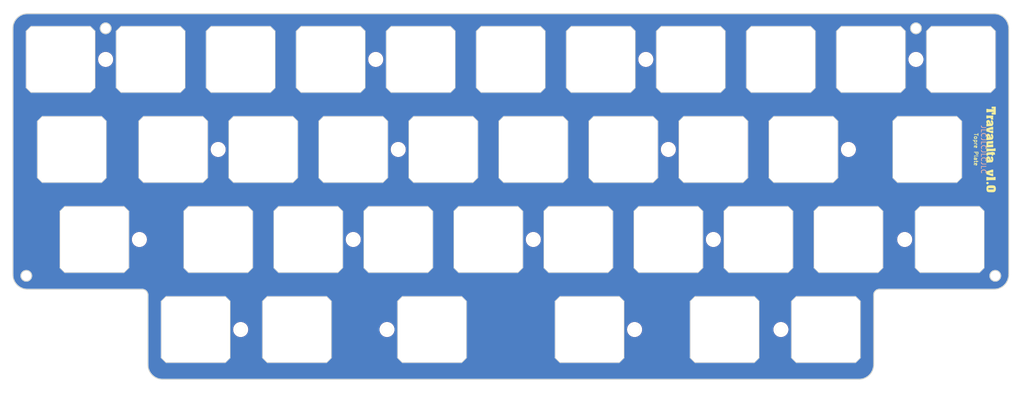
<source format=kicad_pcb>
(kicad_pcb (version 20221018) (generator pcbnew)
  (layers (0 "F.Cu" signal) (31 "B.Cu" signal) (34 "B.Paste" user) (35 "F.Paste" user) (36 "B.SilkS" user "B.Silkscreen") (37 "F.SilkS" user "F.Silkscreen") (38 "B.Mask" user) (39 "F.Mask" user) (44 "Edge.Cuts" user))
  (net 0 "")
  (net 1 "GND")
  (footprint "cipulot_parts:ecs_plate_cut_1U" (layer "F.Cu") (at 215.9 114.3)
    (fp_text reference "REF**")
    (fp_text value "Value " hide)
    (fp_line (start -7.3 -6) (end -7.3 6) (stroke (width 0.12)) (layer "Edge.Cuts"))
    (fp_line (start -7.3 6) (end -6.3 7) (stroke (width 0.12)) (layer "Edge.Cuts"))
    (fp_line (start -6.3 -7) (end -7.3 -6) (stroke (width 0.12)) (layer "Edge.Cuts"))
    (fp_line (start -6.3 7) (end 6.3 7) (stroke (width 0.12)) (layer "Edge.Cuts"))
    (fp_line (start 6.3 -7) (end -6.3 -7) (stroke (width 0.12)) (layer "Edge.Cuts"))
    (fp_line (start 6.3 -7) (end 7.3 -6) (stroke (width 0.12)) (layer "Edge.Cuts"))
    (fp_line (start 6.3 7) (end 7.3 6) (stroke (width 0.12)) (layer "Edge.Cuts"))
    (fp_line (start 7.3 6) (end 7.3 -6) (stroke (width 0.12)) (layer "Edge.Cuts"))
  )
  (footprint "cipulot_parts:HOLE_M2" (layer "F.Cu") (at 115.8875 95.25)
    (fp_text reference "H5" hide)
    (fp_text value "MountingHole" hide)
    (pad "" np_thru_hole circle (at 0 0) (size 2.2 2.2) (drill 2.2) (layers "*.Cu" "*.Mask" "F.SilkS") (clearance 0.5))
  )
  (footprint "cipulot_parts:ecs_plate_cut_1U" (layer "F.Cu") (at 220.6625 95.25)
    (fp_text reference "REF**")
    (fp_text value "Value " hide)
    (fp_line (start -7.3 -6) (end -7.3 6) (stroke (width 0.12)) (layer "Edge.Cuts"))
    (fp_line (start -7.3 6) (end -6.3 7) (stroke (width 0.12)) (layer "Edge.Cuts"))
    (fp_line (start -6.3 -7) (end -7.3 -6) (stroke (width 0.12)) (layer "Edge.Cuts"))
    (fp_line (start -6.3 7) (end 6.3 7) (stroke (width 0.12)) (layer "Edge.Cuts"))
    (fp_line (start 6.3 -7) (end -6.3 -7) (stroke (width 0.12)) (layer "Edge.Cuts"))
    (fp_line (start 6.3 -7) (end 7.3 -6) (stroke (width 0.12)) (layer "Edge.Cuts"))
    (fp_line (start 6.3 7) (end 7.3 6) (stroke (width 0.12)) (layer "Edge.Cuts"))
    (fp_line (start 7.3 6) (end 7.3 -6) (stroke (width 0.12)) (layer "Edge.Cuts"))
  )
  (footprint "cipulot_parts:ecs_plate_cut_1U" (layer "F.Cu") (at 132.555 114.3)
    (fp_text reference "REF**")
    (fp_text value "Value " hide)
    (fp_line (start -7.3 -6) (end -7.3 6) (stroke (width 0.12)) (layer "Edge.Cuts"))
    (fp_line (start -7.3 6) (end -6.3 7) (stroke (width 0.12)) (layer "Edge.Cuts"))
    (fp_line (start -6.3 -7) (end -7.3 -6) (stroke (width 0.12)) (layer "Edge.Cuts"))
    (fp_line (start -6.3 7) (end 6.3 7) (stroke (width 0.12)) (layer "Edge.Cuts"))
    (fp_line (start 6.3 -7) (end -6.3 -7) (stroke (width 0.12)) (layer "Edge.Cuts"))
    (fp_line (start 6.3 -7) (end 7.3 -6) (stroke (width 0.12)) (layer "Edge.Cuts"))
    (fp_line (start 6.3 7) (end 7.3 6) (stroke (width 0.12)) (layer "Edge.Cuts"))
    (fp_line (start 7.3 6) (end 7.3 -6) (stroke (width 0.12)) (layer "Edge.Cuts"))
  )
  (footprint "cipulot_parts:ecs_plate_cut_1U" (layer "F.Cu") (at 173.0375 76.2)
    (fp_text reference "REF**")
    (fp_text value "Value " hide)
    (fp_line (start -7.3 -6) (end -7.3 6) (stroke (width 0.12)) (layer "Edge.Cuts"))
    (fp_line (start -7.3 6) (end -6.3 7) (stroke (width 0.12)) (layer "Edge.Cuts"))
    (fp_line (start -6.3 -7) (end -7.3 -6) (stroke (width 0.12)) (layer "Edge.Cuts"))
    (fp_line (start -6.3 7) (end 6.3 7) (stroke (width 0.12)) (layer "Edge.Cuts"))
    (fp_line (start 6.3 -7) (end -6.3 -7) (stroke (width 0.12)) (layer "Edge.Cuts"))
    (fp_line (start 6.3 -7) (end 7.3 -6) (stroke (width 0.12)) (layer "Edge.Cuts"))
    (fp_line (start 6.3 7) (end 7.3 6) (stroke (width 0.12)) (layer "Edge.Cuts"))
    (fp_line (start 7.3 6) (end 7.3 -6) (stroke (width 0.12)) (layer "Edge.Cuts"))
  )
  (footprint "cipulot_parts:ecs_plate_cut_1U" (layer "F.Cu") (at 103.98 114.3)
    (fp_text reference "REF**")
    (fp_text value "Value " hide)
    (fp_line (start -7.3 -6) (end -7.3 6) (stroke (width 0.12)) (layer "Edge.Cuts"))
    (fp_line (start -7.3 6) (end -6.3 7) (stroke (width 0.12)) (layer "Edge.Cuts"))
    (fp_line (start -6.3 -7) (end -7.3 -6) (stroke (width 0.12)) (layer "Edge.Cuts"))
    (fp_line (start -6.3 7) (end 6.3 7) (stroke (width 0.12)) (layer "Edge.Cuts"))
    (fp_line (start 6.3 -7) (end -6.3 -7) (stroke (width 0.12)) (layer "Edge.Cuts"))
    (fp_line (start 6.3 -7) (end 7.3 -6) (stroke (width 0.12)) (layer "Edge.Cuts"))
    (fp_line (start 6.3 7) (end 7.3 6) (stroke (width 0.12)) (layer "Edge.Cuts"))
    (fp_line (start 7.3 6) (end 7.3 -6) (stroke (width 0.12)) (layer "Edge.Cuts"))
  )
  (footprint "cipulot_parts:ecs_plate_cut_1U" (layer "F.Cu") (at 115.8875 76.2)
    (fp_text reference "REF**")
    (fp_text value "Value " hide)
    (fp_line (start -7.3 -6) (end -7.3 6) (stroke (width 0.12)) (layer "Edge.Cuts"))
    (fp_line (start -7.3 6) (end -6.3 7) (stroke (width 0.12)) (layer "Edge.Cuts"))
    (fp_line (start -6.3 -7) (end -7.3 -6) (stroke (width 0.12)) (layer "Edge.Cuts"))
    (fp_line (start -6.3 7) (end 6.3 7) (stroke (width 0.12)) (layer "Edge.Cuts"))
    (fp_line (start 6.3 -7) (end -6.3 -7) (stroke (width 0.12)) (layer "Edge.Cuts"))
    (fp_line (start 6.3 -7) (end 7.3 -6) (stroke (width 0.12)) (layer "Edge.Cuts"))
    (fp_line (start 6.3 7) (end 7.3 6) (stroke (width 0.12)) (layer "Edge.Cuts"))
    (fp_line (start 7.3 6) (end 7.3 -6) (stroke (width 0.12)) (layer "Edge.Cuts"))
  )
  (footprint "cipulot_parts:ecs_plate_cut_1U" (layer "F.Cu") (at 82.55 114.3)
    (fp_text reference "REF**")
    (fp_text value "Value " hide)
    (fp_line (start -7.3 -6) (end -7.3 6) (stroke (width 0.12)) (layer "Edge.Cuts"))
    (fp_line (start -7.3 6) (end -6.3 7) (stroke (width 0.12)) (layer "Edge.Cuts"))
    (fp_line (start -6.3 -7) (end -7.3 -6) (stroke (width 0.12)) (layer "Edge.Cuts"))
    (fp_line (start -6.3 7) (end 6.3 7) (stroke (width 0.12)) (layer "Edge.Cuts"))
    (fp_line (start 6.3 -7) (end -6.3 -7) (stroke (width 0.12)) (layer "Edge.Cuts"))
    (fp_line (start 6.3 -7) (end 7.3 -6) (stroke (width 0.12)) (layer "Edge.Cuts"))
    (fp_line (start 6.3 7) (end 7.3 6) (stroke (width 0.12)) (layer "Edge.Cuts"))
    (fp_line (start 7.3 6) (end 7.3 -6) (stroke (width 0.12)) (layer "Edge.Cuts"))
  )
  (footprint "cipulot_parts:ecs_plate_cut_1U" (layer "F.Cu") (at 56.358 76.2)
    (fp_text reference "REF**")
    (fp_text value "Value " hide)
    (fp_line (start -7.3 -6) (end -7.3 6) (stroke (width 0.12)) (layer "Edge.Cuts"))
    (fp_line (start -7.3 6) (end -6.3 7) (stroke (width 0.12)) (layer "Edge.Cuts"))
    (fp_line (start -6.3 -7) (end -7.3 -6) (stroke (width 0.12)) (layer "Edge.Cuts"))
    (fp_line (start -6.3 7) (end 6.3 7) (stroke (width 0.12)) (layer "Edge.Cuts"))
    (fp_line (start 6.3 -7) (end -6.3 -7) (stroke (width 0.12)) (layer "Edge.Cuts"))
    (fp_line (start 6.3 -7) (end 7.3 -6) (stroke (width 0.12)) (layer "Edge.Cuts"))
    (fp_line (start 6.3 7) (end 7.3 6) (stroke (width 0.12)) (layer "Edge.Cuts"))
    (fp_line (start 7.3 6) (end 7.3 -6) (stroke (width 0.12)) (layer "Edge.Cuts"))
  )
  (footprint "cipulot_parts:ecs_plate_cut_1U" (layer "F.Cu") (at 77.7875 76.2)
    (fp_text reference "REF**")
    (fp_text value "Value " hide)
    (fp_line (start -7.3 -6) (end -7.3 6) (stroke (width 0.12)) (layer "Edge.Cuts"))
    (fp_line (start -7.3 6) (end -6.3 7) (stroke (width 0.12)) (layer "Edge.Cuts"))
    (fp_line (start -6.3 -7) (end -7.3 -6) (stroke (width 0.12)) (layer "Edge.Cuts"))
    (fp_line (start -6.3 7) (end 6.3 7) (stroke (width 0.12)) (layer "Edge.Cuts"))
    (fp_line (start 6.3 -7) (end -6.3 -7) (stroke (width 0.12)) (layer "Edge.Cuts"))
    (fp_line (start 6.3 -7) (end 7.3 -6) (stroke (width 0.12)) (layer "Edge.Cuts"))
    (fp_line (start 6.3 7) (end 7.3 6) (stroke (width 0.12)) (layer "Edge.Cuts"))
    (fp_line (start 7.3 6) (end 7.3 -6) (stroke (width 0.12)) (layer "Edge.Cuts"))
  )
  (footprint "cipulot_parts:ecs_plate_cut_1U" (layer "F.Cu") (at 237.33 76.2)
    (fp_text reference "REF**")
    (fp_text value "Value " hide)
    (fp_line (start -7.3 -6) (end -7.3 6) (stroke (width 0.12)) (layer "Edge.Cuts"))
    (fp_line (start -7.3 6) (end -6.3 7) (stroke (width 0.12)) (layer "Edge.Cuts"))
    (fp_line (start -6.3 -7) (end -7.3 -6) (stroke (width 0.12)) (layer "Edge.Cuts"))
    (fp_line (start -6.3 7) (end 6.3 7) (stroke (width 0.12)) (layer "Edge.Cuts"))
    (fp_line (start 6.3 -7) (end -6.3 -7) (stroke (width 0.12)) (layer "Edge.Cuts"))
    (fp_line (start 6.3 -7) (end 7.3 -6) (stroke (width 0.12)) (layer "Edge.Cuts"))
    (fp_line (start 6.3 7) (end 7.3 6) (stroke (width 0.12)) (layer "Edge.Cuts"))
    (fp_line (start 7.3 6) (end 7.3 -6) (stroke (width 0.12)) (layer "Edge.Cuts"))
  )
  (footprint "cipulot_parts:ecs_plate_cut_1U" (layer "F.Cu") (at 130.175 57.15)
    (fp_text reference "REF**")
    (fp_text value "Value " hide)
    (fp_line (start -7.3 -6) (end -7.3 6) (stroke (width 0.12)) (layer "Edge.Cuts"))
    (fp_line (start -7.3 6) (end -6.3 7) (stroke (width 0.12)) (layer "Edge.Cuts"))
    (fp_line (start -6.3 -7) (end -7.3 -6) (stroke (width 0.12)) (layer "Edge.Cuts"))
    (fp_line (start -6.3 7) (end 6.3 7) (stroke (width 0.12)) (layer "Edge.Cuts"))
    (fp_line (start 6.3 -7) (end -6.3 -7) (stroke (width 0.12)) (layer "Edge.Cuts"))
    (fp_line (start 6.3 -7) (end 7.3 -6) (stroke (width 0.12)) (layer "Edge.Cuts"))
    (fp_line (start 6.3 7) (end 7.3 6) (stroke (width 0.12)) (layer "Edge.Cuts"))
    (fp_line (start 7.3 6) (end 7.3 -6) (stroke (width 0.12)) (layer "Edge.Cuts"))
  )
  (footprint "cipulot_parts:ecs_plate_cut_1U" (layer "F.Cu") (at 165.892 114.3)
    (fp_text reference "REF**")
    (fp_text value "Value " hide)
    (fp_line (start -7.3 -6) (end -7.3 6) (stroke (width 0.12)) (layer "Edge.Cuts"))
    (fp_line (start -7.3 6) (end -6.3 7) (stroke (width 0.12)) (layer "Edge.Cuts"))
    (fp_line (start -6.3 -7) (end -7.3 -6) (stroke (width 0.12)) (layer "Edge.Cuts"))
    (fp_line (start -6.3 7) (end 6.3 7) (stroke (width 0.12)) (layer "Edge.Cuts"))
    (fp_line (start 6.3 -7) (end -6.3 -7) (stroke (width 0.12)) (layer "Edge.Cuts"))
    (fp_line (start 6.3 -7) (end 7.3 -6) (stroke (width 0.12)) (layer "Edge.Cuts"))
    (fp_line (start 6.3 7) (end 7.3 6) (stroke (width 0.12)) (layer "Edge.Cuts"))
    (fp_line (start 7.3 6) (end 7.3 -6) (stroke (width 0.12)) (layer "Edge.Cuts"))
  )
  (footprint "" (layer "F.Cu") (at 175.41875 114.3)
    (fp_text reference "" (at 0 0) (layer "F.SilkS") (effects (font (size 1.27 1.27))))
    (fp_text value "" (at 0 0) (layer "F.SilkS") (effects (font (size 1.27 1.27))))
    (pad "" np_thru_hole circle (at 0 0) (size 2.2 2.2) (drill 2.2) (layers "*.Cu" "*.Mask" "F.SilkS") (clearance 0.5))
  )
  (footprint "cipulot_parts:ecs_plate_cut_1U" (layer "F.Cu") (at 201.6125 95.25)
    (fp_text reference "REF**")
    (fp_text value "Value " hide)
    (fp_line (start -7.3 -6) (end -7.3 6) (stroke (width 0.12)) (layer "Edge.Cuts"))
    (fp_line (start -7.3 6) (end -6.3 7) (stroke (width 0.12)) (layer "Edge.Cuts"))
    (fp_line (start -6.3 -7) (end -7.3 -6) (stroke (width 0.12)) (layer "Edge.Cuts"))
    (fp_line (start -6.3 7) (end 6.3 7) (stroke (width 0.12)) (layer "Edge.Cuts"))
    (fp_line (start 6.3 -7) (end -6.3 -7) (stroke (width 0.12)) (layer "Edge.Cuts"))
    (fp_line (start 6.3 -7) (end 7.3 -6) (stroke (width 0.12)) (layer "Edge.Cuts"))
    (fp_line (start 6.3 7) (end 7.3 6) (stroke (width 0.12)) (layer "Edge.Cuts"))
    (fp_line (start 7.3 6) (end 7.3 -6) (stroke (width 0.12)) (layer "Edge.Cuts"))
  )
  (footprint "cipulot_parts:ecs_plate_cut_1U" (layer "F.Cu") (at 225.425 57.15)
    (fp_text reference "REF**")
    (fp_text value "Value " hide)
    (fp_line (start -7.3 -6) (end -7.3 6) (stroke (width 0.12)) (layer "Edge.Cuts"))
    (fp_line (start -7.3 6) (end -6.3 7) (stroke (width 0.12)) (layer "Edge.Cuts"))
    (fp_line (start -6.3 -7) (end -7.3 -6) (stroke (width 0.12)) (layer "Edge.Cuts"))
    (fp_line (start -6.3 7) (end 6.3 7) (stroke (width 0.12)) (layer "Edge.Cuts"))
    (fp_line (start 6.3 -7) (end -6.3 -7) (stroke (width 0.12)) (layer "Edge.Cuts"))
    (fp_line (start 6.3 -7) (end 7.3 -6) (stroke (width 0.12)) (layer "Edge.Cuts"))
    (fp_line (start 6.3 7) (end 7.3 6) (stroke (width 0.12)) (layer "Edge.Cuts"))
    (fp_line (start 7.3 6) (end 7.3 -6) (stroke (width 0.12)) (layer "Edge.Cuts"))
  )
  (footprint "cipulot_parts:ecs_plate_cut_1U" (layer "F.Cu") (at 87.3125 95.25)
    (fp_text reference "REF**")
    (fp_text value "Value " hide)
    (fp_line (start -7.3 -6) (end -7.3 6) (stroke (width 0.12)) (layer "Edge.Cuts"))
    (fp_line (start -7.3 6) (end -6.3 7) (stroke (width 0.12)) (layer "Edge.Cuts"))
    (fp_line (start -6.3 -7) (end -7.3 -6) (stroke (width 0.12)) (layer "Edge.Cuts"))
    (fp_line (start -6.3 7) (end 6.3 7) (stroke (width 0.12)) (layer "Edge.Cuts"))
    (fp_line (start 6.3 -7) (end -6.3 -7) (stroke (width 0.12)) (layer "Edge.Cuts"))
    (fp_line (start 6.3 -7) (end 7.3 -6) (stroke (width 0.12)) (layer "Edge.Cuts"))
    (fp_line (start 6.3 7) (end 7.3 6) (stroke (width 0.12)) (layer "Edge.Cuts"))
    (fp_line (start 7.3 6) (end 7.3 -6) (stroke (width 0.12)) (layer "Edge.Cuts"))
  )
  (footprint "" (layer "F.Cu") (at 70.64375 95.25)
    (fp_text reference "" (at 0 0) (layer "F.SilkS") (effects (font (size 1.27 1.27))))
    (fp_text value "" (at 0 0) (layer "F.SilkS") (effects (font (size 1.27 1.27))))
    (pad "" np_thru_hole circle (at 0 0) (size 2.2 2.2) (drill 2.2) (layers "*.Cu" "*.Mask" "F.SilkS") (clearance 0.5))
  )
  (footprint "" (layer "F.Cu") (at 92.075 114.3)
    (fp_text reference "" (at 0 0) (layer "F.SilkS") (effects (font (size 1.27 1.27))))
    (fp_text value "" (at 0 0) (layer "F.SilkS") (effects (font (size 1.27 1.27))))
    (pad "" np_thru_hole circle (at 0 0) (size 2.2 2.2) (drill 2.2) (layers "*.Cu" "*.Mask" "F.SilkS") (clearance 0.5))
  )
  (footprint "" (layer "F.Cu") (at 206.375 114.3)
    (fp_text reference "" (at 0 0) (layer "F.SilkS") (effects (font (size 1.27 1.27))))
    (fp_text value "" (at 0 0) (layer "F.SilkS") (effects (font (size 1.27 1.27))))
    (pad "" np_thru_hole circle (at 0 0) (size 2.2 2.2) (drill 2.2) (layers "*.Cu" "*.Mask" "F.SilkS") (clearance 0.5))
  )
  (footprint "cipulot_parts:ecs_plate_cut_1U" (layer "F.Cu") (at 168.275 57.15)
    (fp_text reference "REF**")
    (fp_text value "Value " hide)
    (fp_line (start -7.3 -6) (end -7.3 6) (stroke (width 0.12)) (layer "Edge.Cuts"))
    (fp_line (start -7.3 6) (end -6.3 7) (stroke (width 0.12)) (layer "Edge.Cuts"))
    (fp_line (start -6.3 -7) (end -7.3 -6) (stroke (width 0.12)) (layer "Edge.Cuts"))
    (fp_line (start -6.3 7) (end 6.3 7) (stroke (width 0.12)) (layer "Edge.Cuts"))
    (fp_line (start 6.3 -7) (end -6.3 -7) (stroke (width 0.12)) (layer "Edge.Cuts"))
    (fp_line (start 6.3 -7) (end 7.3 -6) (stroke (width 0.12)) (layer "Edge.Cuts"))
    (fp_line (start 6.3 7) (end 7.3 6) (stroke (width 0.12)) (layer "Edge.Cuts"))
    (fp_line (start 7.3 6) (end 7.3 -6) (stroke (width 0.12)) (layer "Edge.Cuts"))
  )
  (footprint "cipulot_parts:ecs_plate_cut_1U" (layer "F.Cu") (at 144.4625 95.25)
    (fp_text reference "REF**")
    (fp_text value "Value " hide)
    (fp_line (start -7.3 -6) (end -7.3 6) (stroke (width 0.12)) (layer "Edge.Cuts"))
    (fp_line (start -7.3 6) (end -6.3 7) (stroke (width 0.12)) (layer "Edge.Cuts"))
    (fp_line (start -6.3 -7) (end -7.3 -6) (stroke (width 0.12)) (layer "Edge.Cuts"))
    (fp_line (start -6.3 7) (end 6.3 7) (stroke (width 0.12)) (layer "Edge.Cuts"))
    (fp_line (start 6.3 -7) (end -6.3 -7) (stroke (width 0.12)) (layer "Edge.Cuts"))
    (fp_line (start 6.3 -7) (end 7.3 -6) (stroke (width 0.12)) (layer "Edge.Cuts"))
    (fp_line (start 6.3 7) (end 7.3 6) (stroke (width 0.12)) (layer "Edge.Cuts"))
    (fp_line (start 7.3 6) (end 7.3 -6) (stroke (width 0.12)) (layer "Edge.Cuts"))
  )
  (footprint "cipulot_parts:ecs_plate_cut_1U" (layer "F.Cu") (at 125.4125 95.25)
    (fp_text reference "REF**")
    (fp_text value "Value " hide)
    (fp_line (start -7.3 -6) (end -7.3 6) (stroke (width 0.12)) (layer "Edge.Cuts"))
    (fp_line (start -7.3 6) (end -6.3 7) (stroke (width 0.12)) (layer "Edge.Cuts"))
    (fp_line (start -6.3 -7) (end -7.3 -6) (stroke (width 0.12)) (layer "Edge.Cuts"))
    (fp_line (start -6.3 7) (end 6.3 7) (stroke (width 0.12)) (layer "Edge.Cuts"))
    (fp_line (start 6.3 -7) (end -6.3 -7) (stroke (width 0.12)) (layer "Edge.Cuts"))
    (fp_line (start 6.3 -7) (end 7.3 -6) (stroke (width 0.12)) (layer "Edge.Cuts"))
    (fp_line (start 6.3 7) (end 7.3 6) (stroke (width 0.12)) (layer "Edge.Cuts"))
    (fp_line (start 7.3 6) (end 7.3 -6) (stroke (width 0.12)) (layer "Edge.Cuts"))
  )
  (footprint "cipulot_parts:ecs_plate_cut_1U" (layer "F.Cu") (at 53.975 57.15)
    (fp_text reference "REF**")
    (fp_text value "Value " hide)
    (fp_line (start -7.3 -6) (end -7.3 6) (stroke (width 0.12)) (layer "Edge.Cuts"))
    (fp_line (start -7.3 6) (end -6.3 7) (stroke (width 0.12)) (layer "Edge.Cuts"))
    (fp_line (start -6.3 -7) (end -7.3 -6) (stroke (width 0.12)) (layer "Edge.Cuts"))
    (fp_line (start -6.3 7) (end 6.3 7) (stroke (width 0.12)) (layer "Edge.Cuts"))
    (fp_line (start 6.3 -7) (end -6.3 -7) (stroke (width 0.12)) (layer "Edge.Cuts"))
    (fp_line (start 6.3 -7) (end 7.3 -6) (stroke (width 0.12)) (layer "Edge.Cuts"))
    (fp_line (start 6.3 7) (end 7.3 6) (stroke (width 0.12)) (layer "Edge.Cuts"))
    (fp_line (start 7.3 6) (end 7.3 -6) (stroke (width 0.12)) (layer "Edge.Cuts"))
  )
  (footprint "cipulot_parts:ecs_plate_cut_1U" (layer "F.Cu") (at 211.1375 76.2)
    (fp_text reference "REF**")
    (fp_text value "Value " hide)
    (fp_line (start -7.3 -6) (end -7.3 6) (stroke (width 0.12)) (layer "Edge.Cuts"))
    (fp_line (start -7.3 6) (end -6.3 7) (stroke (width 0.12)) (layer "Edge.Cuts"))
    (fp_line (start -6.3 -7) (end -7.3 -6) (stroke (width 0.12)) (layer "Edge.Cuts"))
    (fp_line (start -6.3 7) (end 6.3 7) (stroke (width 0.12)) (layer "Edge.Cuts"))
    (fp_line (start 6.3 -7) (end -6.3 -7) (stroke (width 0.12)) (layer "Edge.Cuts"))
    (fp_line (start 6.3 -7) (end 7.3 -6) (stroke (width 0.12)) (layer "Edge.Cuts"))
    (fp_line (start 6.3 7) (end 7.3 6) (stroke (width 0.12)) (layer "Edge.Cuts"))
    (fp_line (start 7.3 6) (end 7.3 -6) (stroke (width 0.12)) (layer "Edge.Cuts"))
  )
  (footprint "cipulot_parts:ecs_plate_cut_1U" (layer "F.Cu") (at 96.8375 76.2)
    (fp_text reference "REF**")
    (fp_text value "Value " hide)
    (fp_line (start -7.3 -6) (end -7.3 6) (stroke (width 0.12)) (layer "Edge.Cuts"))
    (fp_line (start -7.3 6) (end -6.3 7) (stroke (width 0.12)) (layer "Edge.Cuts"))
    (fp_line (start -6.3 -7) (end -7.3 -6) (stroke (width 0.12)) (layer "Edge.Cuts"))
    (fp_line (start -6.3 7) (end 6.3 7) (stroke (width 0.12)) (layer "Edge.Cuts"))
    (fp_line (start 6.3 -7) (end -6.3 -7) (stroke (width 0.12)) (layer "Edge.Cuts"))
    (fp_line (start 6.3 -7) (end 7.3 -6) (stroke (width 0.12)) (layer "Edge.Cuts"))
    (fp_line (start 6.3 7) (end 7.3 6) (stroke (width 0.12)) (layer "Edge.Cuts"))
    (fp_line (start 7.3 6) (end 7.3 -6) (stroke (width 0.12)) (layer "Edge.Cuts"))
  )
  (footprint "cipulot_parts:ecs_plate_cut_1U" (layer "F.Cu") (at 163.5125 95.25)
    (fp_text reference "REF**")
    (fp_text value "Value " hide)
    (fp_line (start -7.3 -6) (end -7.3 6) (stroke (width 0.12)) (layer "Edge.Cuts"))
    (fp_line (start -7.3 6) (end -6.3 7) (stroke (width 0.12)) (layer "Edge.Cuts"))
    (fp_line (start -6.3 -7) (end -7.3 -6) (stroke (width 0.12)) (layer "Edge.Cuts"))
    (fp_line (start -6.3 7) (end 6.3 7) (stroke (width 0.12)) (layer "Edge.Cuts"))
    (fp_line (start 6.3 -7) (end -6.3 -7) (stroke (width 0.12)) (layer "Edge.Cuts"))
    (fp_line (start 6.3 -7) (end 7.3 -6) (stroke (width 0.12)) (layer "Edge.Cuts"))
    (fp_line (start 6.3 7) (end 7.3 6) (stroke (width 0.12)) (layer "Edge.Cuts"))
    (fp_line (start 7.3 6) (end 7.3 -6) (stroke (width 0.12)) (layer "Edge.Cuts"))
  )
  (footprint "cipulot_parts:ecs_plate_cut_1U" (layer "F.Cu") (at 192.0875 76.2)
    (fp_text reference "REF**")
    (fp_text value "Value " hide)
    (fp_line (start -7.3 -6) (end -7.3 6) (stroke (width 0.12)) (layer "Edge.Cuts"))
    (fp_line (start -7.3 6) (end -6.3 7) (stroke (width 0.12)) (layer "Edge.Cuts"))
    (fp_line (start -6.3 -7) (end -7.3 -6) (stroke (width 0.12)) (layer "Edge.Cuts"))
    (fp_line (start -6.3 7) (end 6.3 7) (stroke (width 0.12)) (layer "Edge.Cuts"))
    (fp_line (start 6.3 -7) (end -6.3 -7) (stroke (width 0.12)) (layer "Edge.Cuts"))
    (fp_line (start 6.3 -7) (end 7.3 -6) (stroke (width 0.12)) (layer "Edge.Cuts"))
    (fp_line (start 6.3 7) (end 7.3 6) (stroke (width 0.12)) (layer "Edge.Cuts"))
    (fp_line (start 7.3 6) (end 7.3 -6) (stroke (width 0.12)) (layer "Edge.Cuts"))
  )
  (footprint "" (layer "F.Cu") (at 177.8 57.15)
    (fp_text reference "" (at 0 0) (layer "F.SilkS") (effects (font (size 1.27 1.27))))
    (fp_text value "" (at 0 0) (layer "F.SilkS") (effects (font (size 1.27 1.27))))
    (pad "" np_thru_hole circle (at 0 0) (size 2.2 2.2) (drill 2.2) (layers "*.Cu" "*.Mask" "F.SilkS") (clearance 0.5))
  )
  (footprint "cipulot_parts:ecs_plate_cut_1U" (layer "F.Cu") (at 111.125 57.15)
    (fp_text reference "REF**")
    (fp_text value "Value " hide)
    (fp_line (start -7.3 -6) (end -7.3 6) (stroke (width 0.12)) (layer "Edge.Cuts"))
    (fp_line (start -7.3 6) (end -6.3 7) (stroke (width 0.12)) (layer "Edge.Cuts"))
    (fp_line (start -6.3 -7) (end -7.3 -6) (stroke (width 0.12)) (layer "Edge.Cuts"))
    (fp_line (start -6.3 7) (end 6.3 7) (stroke (width 0.12)) (layer "Edge.Cuts"))
    (fp_line (start 6.3 -7) (end -6.3 -7) (stroke (width 0.12)) (layer "Edge.Cuts"))
    (fp_line (start 6.3 -7) (end 7.3 -6) (stroke (width 0.12)) (layer "Edge.Cuts"))
    (fp_line (start 6.3 7) (end 7.3 6) (stroke (width 0.12)) (layer "Edge.Cuts"))
    (fp_line (start 7.3 6) (end 7.3 -6) (stroke (width 0.12)) (layer "Edge.Cuts"))
  )
  (footprint "" (layer "F.Cu") (at 123.03125 114.3)
    (fp_text reference "" (at 0 0) (layer "F.SilkS") (effects (font (size 1.27 1.27))))
    (fp_text value "" (at 0 0) (layer "F.SilkS") (effects (font (size 1.27 1.27))))
    (pad "" np_thru_hole circle (at 0 0) (size 2.2 2.2) (drill 2.2) (layers "*.Cu" "*.Mask" "F.SilkS") (clearance 0.5))
  )
  (footprint "cipulot_parts:ecs_plate_cut_1U" (layer "F.Cu") (at 182.5625 95.25)
    (fp_text reference "REF**")
    (fp_text value "Value " hide)
    (fp_line (start -7.3 -6) (end -7.3 6) (stroke (width 0.12)) (layer "Edge.Cuts"))
    (fp_line (start -7.3 6) (end -6.3 7) (stroke (width 0.12)) (layer "Edge.Cuts"))
    (fp_line (start -6.3 -7) (end -7.3 -6) (stroke (width 0.12)) (layer "Edge.Cuts"))
    (fp_line (start -6.3 7) (end 6.3 7) (stroke (width 0.12)) (layer "Edge.Cuts"))
    (fp_line (start 6.3 -7) (end -6.3 -7) (stroke (width 0.12)) (layer "Edge.Cuts"))
    (fp_line (start 6.3 -7) (end 7.3 -6) (stroke (width 0.12)) (layer "Edge.Cuts"))
    (fp_line (start 6.3 7) (end 7.3 6) (stroke (width 0.12)) (layer "Edge.Cuts"))
    (fp_line (start 7.3 6) (end 7.3 -6) (stroke (width 0.12)) (layer "Edge.Cuts"))
  )
  (footprint "cipulot_parts:ecs_plate_cut_1U" (layer "F.Cu") (at 187.325 57.15)
    (fp_text reference "REF**")
    (fp_text value "Value " hide)
    (fp_line (start -7.3 -6) (end -7.3 6) (stroke (width 0.12)) (layer "Edge.Cuts"))
    (fp_line (start -7.3 6) (end -6.3 7) (stroke (width 0.12)) (layer "Edge.Cuts"))
    (fp_line (start -6.3 -7) (end -7.3 -6) (stroke (width 0.12)) (layer "Edge.Cuts"))
    (fp_line (start -6.3 7) (end 6.3 7) (stroke (width 0.12)) (layer "Edge.Cuts"))
    (fp_line (start 6.3 -7) (end -6.3 -7) (stroke (width 0.12)) (layer "Edge.Cuts"))
    (fp_line (start 6.3 -7) (end 7.3 -6) (stroke (width 0.12)) (layer "Edge.Cuts"))
    (fp_line (start 6.3 7) (end 7.3 6) (stroke (width 0.12)) (layer "Edge.Cuts"))
    (fp_line (start 7.3 6) (end 7.3 -6) (stroke (width 0.12)) (layer "Edge.Cuts"))
  )
  (footprint "" (layer "F.Cu") (at 192.0875 95.25)
    (fp_text reference "" (at 0 0) (layer "F.SilkS") (effects (font (size 1.27 1.27))))
    (fp_text value "" (at 0 0) (layer "F.SilkS") (effects (font (size 1.27 1.27))))
    (pad "" np_thru_hole circle (at 0 0) (size 2.2 2.2) (drill 2.2) (layers "*.Cu" "*.Mask" "F.SilkS") (clearance 0.5))
  )
  (footprint "" (layer "F.Cu") (at 120.65 57.15)
    (fp_text reference "" (at 0 0) (layer "F.SilkS") (effects (font (size 1.27 1.27))))
    (fp_text value "" (at 0 0) (layer "F.SilkS") (effects (font (size 1.27 1.27))))
    (pad "" np_thru_hole circle (at 0 0) (size 2.2 2.2) (drill 2.2) (layers "*.Cu" "*.Mask" "F.SilkS") (clearance 0.5))
  )
  (footprint "LOGO" (layer "F.Cu") (at 250.825 76.2 -90)
    (fp_text reference "G***" hide)
    (fp_text value "LOGO" hide)
  )
  (footprint "" (layer "F.Cu") (at 220.6625 76.2)
    (fp_text reference "" (at 0 0) (layer "F.SilkS") (effects (font (size 1.27 1.27))))
    (fp_text value "" (at 0 0) (layer "F.SilkS") (effects (font (size 1.27 1.27))))
    (pad "" np_thru_hole circle (at 0 0) (size 2.2 2.2) (drill 2.2) (layers "*.Cu" "*.Mask" "F.SilkS") (clearance 0.5))
  )
  (footprint "" (layer "F.Cu") (at 63.5 57.15)
    (fp_text reference "" (at 0 0) (layer "F.SilkS") (effects (font (size 1.27 1.27))))
    (fp_text value "" (at 0 0) (layer "F.SilkS") (effects (font (size 1.27 1.27))))
    (pad "" np_thru_hole circle (at 0 0) (size 2.2 2.2) (drill 2.2) (layers "*.Cu" "*.Mask" "F.SilkS") (clearance 0.5))
  )
  (footprint "cipulot_parts:ecs_plate_cut_1U" (layer "F.Cu") (at 194.47 114.3)
    (fp_text reference "REF**")
    (fp_text value "Value " hide)
    (fp_line (start -7.3 -6) (end -7.3 6) (stroke (width 0.12)) (layer "Edge.Cuts"))
    (fp_line (start -7.3 6) (end -6.3 7) (stroke (width 0.12)) (layer "Edge.Cuts"))
    (fp_line (start -6.3 -7) (end -7.3 -6) (stroke (width 0.12)) (layer "Edge.Cuts"))
    (fp_line (start -6.3 7) (end 6.3 7) (stroke (width 0.12)) (layer "Edge.Cuts"))
    (fp_line (start 6.3 -7) (end -6.3 -7) (stroke (width 0.12)) (layer "Edge.Cuts"))
    (fp_line (start 6.3 -7) (end 7.3 -6) (stroke (width 0.12)) (layer "Edge.Cuts"))
    (fp_line (start 6.3 7) (end 7.3 6) (stroke (width 0.12)) (layer "Edge.Cuts"))
    (fp_line (start 7.3 6) (end 7.3 -6) (stroke (width 0.12)) (layer "Edge.Cuts"))
  )
  (footprint "cipulot_parts:ecs_plate_cut_1U" (layer "F.Cu") (at 244.475 57.15)
    (fp_text reference "REF**")
    (fp_text value "Value " hide)
    (fp_line (start -7.3 -6) (end -7.3 6) (stroke (width 0.12)) (layer "Edge.Cuts"))
    (fp_line (start -7.3 6) (end -6.3 7) (stroke (width 0.12)) (layer "Edge.Cuts"))
    (fp_line (start -6.3 -7) (end -7.3 -6) (stroke (width 0.12)) (layer "Edge.Cuts"))
    (fp_line (start -6.3 7) (end 6.3 7) (stroke (width 0.12)) (layer "Edge.Cuts"))
    (fp_line (start 6.3 -7) (end -6.3 -7) (stroke (width 0.12)) (layer "Edge.Cuts"))
    (fp_line (start 6.3 -7) (end 7.3 -6) (stroke (width 0.12)) (layer "Edge.Cuts"))
    (fp_line (start 6.3 7) (end 7.3 6) (stroke (width 0.12)) (layer "Edge.Cuts"))
    (fp_line (start 7.3 6) (end 7.3 -6) (stroke (width 0.12)) (layer "Edge.Cuts"))
  )
  (footprint "cipulot_parts:ecs_plate_cut_1U" (layer "F.Cu") (at 149.225 57.15)
    (fp_text reference "REF**")
    (fp_text value "Value " hide)
    (fp_line (start -7.3 -6) (end -7.3 6) (stroke (width 0.12)) (layer "Edge.Cuts"))
    (fp_line (start -7.3 6) (end -6.3 7) (stroke (width 0.12)) (layer "Edge.Cuts"))
    (fp_line (start -6.3 -7) (end -7.3 -6) (stroke (width 0.12)) (layer "Edge.Cuts"))
    (fp_line (start -6.3 7) (end 6.3 7) (stroke (width 0.12)) (layer "Edge.Cuts"))
    (fp_line (start 6.3 -7) (end -6.3 -7) (stroke (width 0.12)) (layer "Edge.Cuts"))
    (fp_line (start 6.3 -7) (end 7.3 -6) (stroke (width 0.12)) (layer "Edge.Cuts"))
    (fp_line (start 6.3 7) (end 7.3 6) (stroke (width 0.12)) (layer "Edge.Cuts"))
    (fp_line (start 7.3 6) (end 7.3 -6) (stroke (width 0.12)) (layer "Edge.Cuts"))
  )
  (footprint "cipulot_parts:ecs_plate_cut_1U" (layer "F.Cu") (at 61.12 95.25)
    (fp_text reference "REF**")
    (fp_text value "Value " hide)
    (fp_line (start -7.3 -6) (end -7.3 6) (stroke (width 0.12)) (layer "Edge.Cuts"))
    (fp_line (start -7.3 6) (end -6.3 7) (stroke (width 0.12)) (layer "Edge.Cuts"))
    (fp_line (start -6.3 -7) (end -7.3 -6) (stroke (width 0.12)) (layer "Edge.Cuts"))
    (fp_line (start -6.3 7) (end 6.3 7) (stroke (width 0.12)) (layer "Edge.Cuts"))
    (fp_line (start 6.3 -7) (end -6.3 -7) (stroke (width 0.12)) (layer "Edge.Cuts"))
    (fp_line (start 6.3 -7) (end 7.3 -6) (stroke (width 0.12)) (layer "Edge.Cuts"))
    (fp_line (start 6.3 7) (end 7.3 6) (stroke (width 0.12)) (layer "Edge.Cuts"))
    (fp_line (start 7.3 6) (end 7.3 -6) (stroke (width 0.12)) (layer "Edge.Cuts"))
  )
  (footprint "" (layer "F.Cu") (at 153.9875 95.25)
    (fp_text reference "" (at 0 0) (layer "F.SilkS") (effects (font (size 1.27 1.27))))
    (fp_text value "" (at 0 0) (layer "F.SilkS") (effects (font (size 1.27 1.27))))
    (pad "" np_thru_hole circle (at 0 0) (size 2.2 2.2) (drill 2.2) (layers "*.Cu" "*.Mask" "F.SilkS") (clearance 0.5))
  )
  (footprint "" (layer "F.Cu") (at 87.3125 76.2)
    (fp_text reference "" (at 0 0) (layer "F.SilkS") (effects (font (size 1.27 1.27))))
    (fp_text value "" (at 0 0) (layer "F.SilkS") (effects (font (size 1.27 1.27))))
    (pad "" np_thru_hole circle (at 0 0) (size 2.2 2.2) (drill 2.2) (layers "*.Cu" "*.Mask" "F.SilkS") (clearance 0.5))
  )
  (footprint "cipulot_parts:ecs_plate_cut_1U" (layer "F.Cu") (at 92.075 57.15)
    (fp_text reference "REF**")
    (fp_text value "Value " hide)
    (fp_line (start -7.3 -6) (end -7.3 6) (stroke (width 0.12)) (layer "Edge.Cuts"))
    (fp_line (start -7.3 6) (end -6.3 7) (stroke (width 0.12)) (layer "Edge.Cuts"))
    (fp_line (start -6.3 -7) (end -7.3 -6) (stroke (width 0.12)) (layer "Edge.Cuts"))
    (fp_line (start -6.3 7) (end 6.3 7) (stroke (width 0.12)) (layer "Edge.Cuts"))
    (fp_line (start 6.3 -7) (end -6.3 -7) (stroke (width 0.12)) (layer "Edge.Cuts"))
    (fp_line (start 6.3 -7) (end 7.3 -6) (stroke (width 0.12)) (layer "Edge.Cuts"))
    (fp_line (start 6.3 7) (end 7.3 6) (stroke (width 0.12)) (layer "Edge.Cuts"))
    (fp_line (start 7.3 6) (end 7.3 -6) (stroke (width 0.12)) (layer "Edge.Cuts"))
  )
  (footprint "cipulot_parts:ecs_plate_cut_1U" (layer "F.Cu") (at 73.025 57.15)
    (fp_text reference "REF**")
    (fp_text value "Value " hide)
    (fp_line (start -7.3 -6) (end -7.3 6) (stroke (width 0.12)) (layer "Edge.Cuts"))
    (fp_line (start -7.3 6) (end -6.3 7) (stroke (width 0.12)) (layer "Edge.Cuts"))
    (fp_line (start -6.3 -7) (end -7.3 -6) (stroke (width 0.12)) (layer "Edge.Cuts"))
    (fp_line (start -6.3 7) (end 6.3 7) (stroke (width 0.12)) (layer "Edge.Cuts"))
    (fp_line (start 6.3 -7) (end -6.3 -7) (stroke (width 0.12)) (layer "Edge.Cuts"))
    (fp_line (start 6.3 -7) (end 7.3 -6) (stroke (width 0.12)) (layer "Edge.Cuts"))
    (fp_line (start 6.3 7) (end 7.3 6) (stroke (width 0.12)) (layer "Edge.Cuts"))
    (fp_line (start 7.3 6) (end 7.3 -6) (stroke (width 0.12)) (layer "Edge.Cuts"))
  )
  (footprint "cipulot_parts:ecs_plate_cut_1U" (layer "F.Cu") (at 134.9375 76.2)
    (fp_text reference "REF**")
    (fp_text value "Value " hide)
    (fp_line (start -7.3 -6) (end -7.3 6) (stroke (width 0.12)) (layer "Edge.Cuts"))
    (fp_line (start -7.3 6) (end -6.3 7) (stroke (width 0.12)) (layer "Edge.Cuts"))
    (fp_line (start -6.3 -7) (end -7.3 -6) (stroke (width 0.12)) (layer "Edge.Cuts"))
    (fp_line (start -6.3 7) (end 6.3 7) (stroke (width 0.12)) (layer "Edge.Cuts"))
    (fp_line (start 6.3 -7) (end -6.3 -7) (stroke (width 0.12)) (layer "Edge.Cuts"))
    (fp_line (start 6.3 -7) (end 7.3 -6) (stroke (width 0.12)) (layer "Edge.Cuts"))
    (fp_line (start 6.3 7) (end 7.3 6) (stroke (width 0.12)) (layer "Edge.Cuts"))
    (fp_line (start 7.3 6) (end 7.3 -6) (stroke (width 0.12)) (layer "Edge.Cuts"))
  )
  (footprint "" (layer "F.Cu") (at 232.56875 95.25)
    (fp_text reference "" (at 0 0) (layer "F.SilkS") (effects (font (size 1.27 1.27))))
    (fp_text value "" (at 0 0) (layer "F.SilkS") (effects (font (size 1.27 1.27))))
    (pad "" np_thru_hole circle (at 0 0) (size 2.2 2.2) (drill 2.2) (layers "*.Cu" "*.Mask" "F.SilkS") (clearance 0.5))
  )
  (footprint "cipulot_parts:ecs_plate_cut_1U" (layer "F.Cu") (at 242.095 95.25)
    (fp_text reference "REF**")
    (fp_text value "Value " hide)
    (fp_line (start -7.3 -6) (end -7.3 6) (stroke (width 0.12)) (layer "Edge.Cuts"))
    (fp_line (start -7.3 6) (end -6.3 7) (stroke (width 0.12)) (layer "Edge.Cuts"))
    (fp_line (start -6.3 -7) (end -7.3 -6) (stroke (width 0.12)) (layer "Edge.Cuts"))
    (fp_line (start -6.3 7) (end 6.3 7) (stroke (width 0.12)) (layer "Edge.Cuts"))
    (fp_line (start 6.3 -7) (end -6.3 -7) (stroke (width 0.12)) (layer "Edge.Cuts"))
    (fp_line (start 6.3 -7) (end 7.3 -6) (stroke (width 0.12)) (layer "Edge.Cuts"))
    (fp_line (start 6.3 7) (end 7.3 6) (stroke (width 0.12)) (layer "Edge.Cuts"))
    (fp_line (start 7.3 6) (end 7.3 -6) (stroke (width 0.12)) (layer "Edge.Cuts"))
  )
  (footprint "" (layer "F.Cu") (at 234.95 57.15)
    (fp_text reference "" (at 0 0) (layer "F.SilkS") (effects (font (size 1.27 1.27))))
    (fp_text value "" (at 0 0) (layer "F.SilkS") (effects (font (size 1.27 1.27))))
    (pad "" np_thru_hole circle (at 0 0) (size 2.2 2.2) (drill 2.2) (layers "*.Cu" "*.Mask" "F.SilkS") (clearance 0.5))
  )
  (footprint "cipulot_parts:ecs_plate_cut_1U" (layer "F.Cu") (at 106.3625 95.25)
    (fp_text reference "REF**")
    (fp_text value "Value " hide)
    (fp_line (start -7.3 -6) (end -7.3 6) (stroke (width 0.12)) (layer "Edge.Cuts"))
    (fp_line (start -7.3 6) (end -6.3 7) (stroke (width 0.12)) (layer "Edge.Cuts"))
    (fp_line (start -6.3 -7) (end -7.3 -6) (stroke (width 0.12)) (layer "Edge.Cuts"))
    (fp_line (start -6.3 7) (end 6.3 7) (stroke (width 0.12)) (layer "Edge.Cuts"))
    (fp_line (start 6.3 -7) (end -6.3 -7) (stroke (width 0.12)) (layer "Edge.Cuts"))
    (fp_line (start 6.3 -7) (end 7.3 -6) (stroke (width 0.12)) (layer "Edge.Cuts"))
    (fp_line (start 6.3 7) (end 7.3 6) (stroke (width 0.12)) (layer "Edge.Cuts"))
    (fp_line (start 7.3 6) (end 7.3 -6) (stroke (width 0.12)) (layer "Edge.Cuts"))
  )
  (footprint "cipulot_parts:ecs_plate_cut_1U" (layer "F.Cu") (at 206.375 57.15)
    (fp_text reference "REF**")
    (fp_text value "Value " hide)
    (fp_line (start -7.3 -6) (end -7.3 6) (stroke (width 0.12)) (layer "Edge.Cuts"))
    (fp_line (start -7.3 6) (end -6.3 7) (stroke (width 0.12)) (layer "Edge.Cuts"))
    (fp_line (start -6.3 -7) (end -7.3 -6) (stroke (width 0.12)) (layer "Edge.Cuts"))
    (fp_line (start -6.3 7) (end 6.3 7) (stroke (width 0.12)) (layer "Edge.Cuts"))
    (fp_line (start 6.3 -7) (end -6.3 -7) (stroke (width 0.12)) (layer "Edge.Cuts"))
    (fp_line (start 6.3 -7) (end 7.3 -6) (stroke (width 0.12)) (layer "Edge.Cuts"))
    (fp_line (start 6.3 7) (end 7.3 6) (stroke (width 0.12)) (layer "Edge.Cuts"))
    (fp_line (start 7.3 6) (end 7.3 -6) (stroke (width 0.12)) (layer "Edge.Cuts"))
  )
  (footprint "cipulot_parts:ecs_plate_cut_1U" (layer "F.Cu") (at 153.9875 76.2)
    (fp_text reference "REF**")
    (fp_text value "Value " hide)
    (fp_line (start -7.3 -6) (end -7.3 6) (stroke (width 0.12)) (layer "Edge.Cuts"))
    (fp_line (start -7.3 6) (end -6.3 7) (stroke (width 0.12)) (layer "Edge.Cuts"))
    (fp_line (start -6.3 -7) (end -7.3 -6) (stroke (width 0.12)) (layer "Edge.Cuts"))
    (fp_line (start -6.3 7) (end 6.3 7) (stroke (width 0.12)) (layer "Edge.Cuts"))
    (fp_line (start 6.3 -7) (end -6.3 -7) (stroke (width 0.12)) (layer "Edge.Cuts"))
    (fp_line (start 6.3 -7) (end 7.3 -6) (stroke (width 0.12)) (layer "Edge.Cuts"))
    (fp_line (start 6.3 7) (end 7.3 6) (stroke (width 0.12)) (layer "Edge.Cuts"))
    (fp_line (start 7.3 6) (end 7.3 -6) (stroke (width 0.12)) (layer "Edge.Cuts"))
  )
  (footprint "" (layer "F.Cu") (at 182.5625 76.2)
    (fp_text reference "" (at 0 0) (layer "F.SilkS") (effects (font (size 1.27 1.27))))
    (fp_text value "" (at 0 0) (layer "F.SilkS") (effects (font (size 1.27 1.27))))
    (pad "" np_thru_hole circle (at 0 0) (size 2.2 2.2) (drill 2.2) (layers "*.Cu" "*.Mask" "F.SilkS") (clearance 0.5))
  )
  (footprint "" (layer "F.Cu") (at 125.4125 76.2)
    (fp_text reference "" (at 0 0) (layer "F.SilkS") (effects (font (size 1.27 1.27))))
    (fp_text value "" (at 0 0) (layer "F.SilkS") (effects (font (size 1.27 1.27))))
    (pad "" np_thru_hole circle (at 0 0) (size 2.2 2.2) (drill 2.2) (layers "*.Cu" "*.Mask" "F.SilkS") (clearance 0.5))
  )
  (gr_line (start 72.45 121.724999) (end 72.45 106.974999) (stroke (width 0.2)) (layer "Edge.Cuts"))
  (gr_circle (center 251.734375 102.933999) (end 252.884375 102.933999) (stroke (width 0.2)) (fill none) (layer "Edge.Cuts"))
  (gr_line (start 61.087 50.927) (end 61.087 50.927) (stroke (width 0.05)) (layer "Edge.Cuts"))
  (gr_circle (center 46.716 102.933999) (end 47.866 102.933999) (stroke (width 0.2)) (fill none) (layer "Edge.Cuts"))
  (gr_arc (start 254.575 102.674999) (mid 253.667031 104.86703) (end 251.475 105.774999) (stroke (width 0.2)) (layer "Edge.Cuts"))
  (gr_arc (start 71.25 105.774999) (mid 72.098528 106.126471) (end 72.45 106.974999) (stroke (width 0.2)) (layer "Edge.Cuts"))
  (gr_line (start 46.975 47.474999) (end 251.475 47.474999) (stroke (width 0.2)) (layer "Edge.Cuts"))
  (gr_line (start 226 106.974999) (end 226 121.724999) (stroke (width 0.2)) (layer "Edge.Cuts"))
  (gr_line (start 222.9 124.824999) (end 75.55 124.824999) (stroke (width 0.2)) (layer "Edge.Cuts"))
  (gr_circle (center 63.5 50.574999) (end 64.65 50.574999) (stroke (width 0.2)) (fill none) (layer "Edge.Cuts"))
  (gr_circle (center 234.95 50.574999) (end 236.1 50.574999) (stroke (width 0.2)) (fill none) (layer "Edge.Cuts"))
  (gr_arc (start 46.975 105.774999) (mid 44.782969 104.86703) (end 43.875 102.674999) (stroke (width 0.2)) (layer "Edge.Cuts"))
  (gr_arc (start 251.475 47.474999) (mid 253.667031 48.382968) (end 254.575 50.574999) (stroke (width 0.2)) (layer "Edge.Cuts"))
  (gr_arc (start 226 106.974999) (mid 226.351472 106.126471) (end 227.2 105.774999) (stroke (width 0.2)) (layer "Edge.Cuts"))
  (gr_arc (start 226 121.724999) (mid 225.092031 123.91703) (end 222.9 124.824999) (stroke (width 0.2)) (layer "Edge.Cuts"))
  (gr_line (start 254.575 50.574999) (end 254.575 102.674999) (stroke (width 0.2)) (layer "Edge.Cuts"))
  (gr_arc (start 43.875 50.574999) (mid 44.782969 48.382968) (end 46.975 47.474999) (stroke (width 0.2)) (layer "Edge.Cuts"))
  (gr_line (start 71.25 105.774999) (end 46.975 105.774999) (stroke (width 0.2)) (layer "Edge.Cuts"))
  (gr_line (start 251.475 105.774999) (end 227.2 105.774999) (stroke (width 0.2)) (layer "Edge.Cuts"))
  (gr_arc (start 75.55 124.824999) (mid 73.357969 123.91703) (end 72.45 121.724999) (stroke (width 0.2)) (layer "Edge.Cuts"))
  (gr_line (start 43.875 102.674999) (end 43.875 50.574999) (stroke (width 0.2)) (layer "Edge.Cuts"))
  (gr_text "JLCJLCJLCJLC" (at 249.2375 76.2 -90) (layer "B.SilkS") (effects (font (size 1 1))))
  (gr_text "Topre Plate" (at 247.65 76.2 270) (layer "F.SilkS") (effects (font (size 0.8 0.8))))
  (zone (net 1) (net_name "GND") (layers "F&B.Cu") (connect_pads (clearance 0)) (min_thickness 0.254) (fill yes (thermal_gap 0.508) (thermal_bridge_width 0.508) (island_removal_mode 1) (island_area_min 0))
    (polygon (pts (xy 257.81 44.704) (xy 257.81 132.191504) (xy 41.148 131.937504) (xy 41.148 44.577)))
  )
)
</source>
